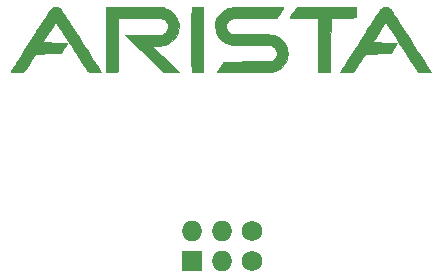
<source format=gbr>
%TF.GenerationSoftware,KiCad,Pcbnew,(6.0.7)*%
%TF.CreationDate,2022-09-05T18:23:19-05:00*%
%TF.ProjectId,Arista-TGS,41726973-7461-42d5-9447-532e6b696361,rev?*%
%TF.SameCoordinates,Original*%
%TF.FileFunction,Copper,L1,Top*%
%TF.FilePolarity,Positive*%
%FSLAX46Y46*%
G04 Gerber Fmt 4.6, Leading zero omitted, Abs format (unit mm)*
G04 Created by KiCad (PCBNEW (6.0.7)) date 2022-09-05 18:23:19*
%MOMM*%
%LPD*%
G01*
G04 APERTURE LIST*
%TA.AperFunction,EtchedComponent*%
%ADD10C,0.010000*%
%TD*%
%TA.AperFunction,ComponentPad*%
%ADD11O,1.727200X1.727200*%
%TD*%
%TA.AperFunction,ComponentPad*%
%ADD12R,1.727200X1.727200*%
%TD*%
%TA.AperFunction,ComponentPad*%
%ADD13C,1.727200*%
%TD*%
G04 APERTURE END LIST*
%TO.C,G\u002A\u002A\u002A*%
G36*
X146154025Y-91683749D02*
G01*
X146525195Y-91684928D01*
X146856457Y-91686070D01*
X147150235Y-91687220D01*
X147408954Y-91688421D01*
X147635039Y-91689718D01*
X147830913Y-91691155D01*
X147999003Y-91692775D01*
X148141733Y-91694622D01*
X148261528Y-91696741D01*
X148360811Y-91699176D01*
X148442009Y-91701970D01*
X148507545Y-91705167D01*
X148559845Y-91708812D01*
X148601333Y-91712949D01*
X148634434Y-91717620D01*
X148661573Y-91722872D01*
X148685174Y-91728746D01*
X148688734Y-91729733D01*
X148946950Y-91822396D01*
X149179607Y-91947280D01*
X149384717Y-92102103D01*
X149560291Y-92284584D01*
X149704342Y-92492442D01*
X149814880Y-92723396D01*
X149889919Y-92975164D01*
X149917634Y-93139825D01*
X149929029Y-93400625D01*
X149900271Y-93653006D01*
X149833228Y-93893690D01*
X149729768Y-94119396D01*
X149591757Y-94326847D01*
X149421064Y-94512763D01*
X149219556Y-94673865D01*
X148989100Y-94806874D01*
X148960519Y-94820362D01*
X148826108Y-94874976D01*
X148688241Y-94914515D01*
X148537362Y-94940643D01*
X148363912Y-94955027D01*
X148163105Y-94959334D01*
X147997996Y-94960819D01*
X147872884Y-94965414D01*
X147785535Y-94973330D01*
X147733711Y-94984777D01*
X147715179Y-94999965D01*
X147715067Y-95001436D01*
X147730421Y-95022208D01*
X147776124Y-95071404D01*
X147851638Y-95148494D01*
X147956425Y-95252951D01*
X148089947Y-95384249D01*
X148251667Y-95541860D01*
X148441045Y-95725256D01*
X148657543Y-95933910D01*
X148900625Y-96167295D01*
X149069734Y-96329238D01*
X149254487Y-96506087D01*
X149410849Y-96656006D01*
X149541087Y-96781262D01*
X149647467Y-96884120D01*
X149732254Y-96966844D01*
X149797716Y-97031701D01*
X149846117Y-97080955D01*
X149879723Y-97116872D01*
X149900802Y-97141717D01*
X149911619Y-97157755D01*
X149914439Y-97167252D01*
X149912459Y-97171664D01*
X149886565Y-97177419D01*
X149825308Y-97182813D01*
X149735658Y-97187705D01*
X149624582Y-97191952D01*
X149499052Y-97195414D01*
X149366035Y-97197949D01*
X149232502Y-97199415D01*
X149105423Y-97199671D01*
X148991765Y-97198575D01*
X148898500Y-97195986D01*
X148849579Y-97193247D01*
X148640008Y-97177403D01*
X148489746Y-97037690D01*
X148441872Y-96992743D01*
X148367994Y-96922799D01*
X148270749Y-96830384D01*
X148152775Y-96718026D01*
X148016710Y-96588252D01*
X147865192Y-96443589D01*
X147700858Y-96286563D01*
X147526347Y-96119701D01*
X147344296Y-95945532D01*
X147157343Y-95766581D01*
X146968126Y-95585375D01*
X146779283Y-95404443D01*
X146593451Y-95226310D01*
X146413268Y-95053503D01*
X146241373Y-94888551D01*
X146080402Y-94733979D01*
X145932995Y-94592314D01*
X145801787Y-94466085D01*
X145689419Y-94357817D01*
X145598527Y-94270038D01*
X145531748Y-94205274D01*
X145491722Y-94166054D01*
X145482979Y-94157244D01*
X145399309Y-94070334D01*
X145969813Y-94068277D01*
X146117689Y-94067487D01*
X146299727Y-94066097D01*
X146507757Y-94064194D01*
X146733615Y-94061863D01*
X146969131Y-94059189D01*
X147206140Y-94056260D01*
X147436474Y-94053160D01*
X147513984Y-94052050D01*
X148487650Y-94037880D01*
X148591156Y-93985375D01*
X148746498Y-93884897D01*
X148869381Y-93757910D01*
X148944072Y-93636905D01*
X148977844Y-93563211D01*
X148997828Y-93500945D01*
X149007516Y-93433432D01*
X149010399Y-93343999D01*
X149010467Y-93319769D01*
X149008259Y-93220166D01*
X148999671Y-93147022D01*
X148981757Y-93084602D01*
X148955176Y-93024488D01*
X148879169Y-92907146D01*
X148773160Y-92795744D01*
X148649133Y-92701640D01*
X148566349Y-92655978D01*
X148445317Y-92599250D01*
X146632033Y-92599250D01*
X146358545Y-92599451D01*
X146097173Y-92600035D01*
X145851019Y-92600972D01*
X145623186Y-92602231D01*
X145416773Y-92603784D01*
X145234884Y-92605599D01*
X145080619Y-92607648D01*
X144957079Y-92609901D01*
X144867367Y-92612327D01*
X144814584Y-92614896D01*
X144801116Y-92616879D01*
X144798631Y-92640011D01*
X144796055Y-92702702D01*
X144793422Y-92802176D01*
X144790767Y-92935660D01*
X144788124Y-93100378D01*
X144785529Y-93293556D01*
X144783015Y-93512418D01*
X144780617Y-93754191D01*
X144778369Y-94016100D01*
X144776305Y-94295370D01*
X144774461Y-94589226D01*
X144772900Y-94888722D01*
X144771204Y-95246470D01*
X144769633Y-95564285D01*
X144768133Y-95844564D01*
X144766649Y-96089708D01*
X144765128Y-96302113D01*
X144763516Y-96484181D01*
X144761757Y-96638308D01*
X144759798Y-96766895D01*
X144757585Y-96872340D01*
X144755062Y-96957042D01*
X144752177Y-97023400D01*
X144748874Y-97073813D01*
X144745100Y-97110679D01*
X144740799Y-97136398D01*
X144735919Y-97153369D01*
X144730404Y-97163990D01*
X144724200Y-97170660D01*
X144721230Y-97172967D01*
X144698438Y-97183331D01*
X144658823Y-97191151D01*
X144597359Y-97196728D01*
X144509020Y-97200361D01*
X144388781Y-97202351D01*
X144231614Y-97202997D01*
X144218521Y-97203000D01*
X143756900Y-97203000D01*
X143756900Y-91676338D01*
X146154025Y-91683749D01*
G37*
D10*
X146154025Y-91683749D02*
X146525195Y-91684928D01*
X146856457Y-91686070D01*
X147150235Y-91687220D01*
X147408954Y-91688421D01*
X147635039Y-91689718D01*
X147830913Y-91691155D01*
X147999003Y-91692775D01*
X148141733Y-91694622D01*
X148261528Y-91696741D01*
X148360811Y-91699176D01*
X148442009Y-91701970D01*
X148507545Y-91705167D01*
X148559845Y-91708812D01*
X148601333Y-91712949D01*
X148634434Y-91717620D01*
X148661573Y-91722872D01*
X148685174Y-91728746D01*
X148688734Y-91729733D01*
X148946950Y-91822396D01*
X149179607Y-91947280D01*
X149384717Y-92102103D01*
X149560291Y-92284584D01*
X149704342Y-92492442D01*
X149814880Y-92723396D01*
X149889919Y-92975164D01*
X149917634Y-93139825D01*
X149929029Y-93400625D01*
X149900271Y-93653006D01*
X149833228Y-93893690D01*
X149729768Y-94119396D01*
X149591757Y-94326847D01*
X149421064Y-94512763D01*
X149219556Y-94673865D01*
X148989100Y-94806874D01*
X148960519Y-94820362D01*
X148826108Y-94874976D01*
X148688241Y-94914515D01*
X148537362Y-94940643D01*
X148363912Y-94955027D01*
X148163105Y-94959334D01*
X147997996Y-94960819D01*
X147872884Y-94965414D01*
X147785535Y-94973330D01*
X147733711Y-94984777D01*
X147715179Y-94999965D01*
X147715067Y-95001436D01*
X147730421Y-95022208D01*
X147776124Y-95071404D01*
X147851638Y-95148494D01*
X147956425Y-95252951D01*
X148089947Y-95384249D01*
X148251667Y-95541860D01*
X148441045Y-95725256D01*
X148657543Y-95933910D01*
X148900625Y-96167295D01*
X149069734Y-96329238D01*
X149254487Y-96506087D01*
X149410849Y-96656006D01*
X149541087Y-96781262D01*
X149647467Y-96884120D01*
X149732254Y-96966844D01*
X149797716Y-97031701D01*
X149846117Y-97080955D01*
X149879723Y-97116872D01*
X149900802Y-97141717D01*
X149911619Y-97157755D01*
X149914439Y-97167252D01*
X149912459Y-97171664D01*
X149886565Y-97177419D01*
X149825308Y-97182813D01*
X149735658Y-97187705D01*
X149624582Y-97191952D01*
X149499052Y-97195414D01*
X149366035Y-97197949D01*
X149232502Y-97199415D01*
X149105423Y-97199671D01*
X148991765Y-97198575D01*
X148898500Y-97195986D01*
X148849579Y-97193247D01*
X148640008Y-97177403D01*
X148489746Y-97037690D01*
X148441872Y-96992743D01*
X148367994Y-96922799D01*
X148270749Y-96830384D01*
X148152775Y-96718026D01*
X148016710Y-96588252D01*
X147865192Y-96443589D01*
X147700858Y-96286563D01*
X147526347Y-96119701D01*
X147344296Y-95945532D01*
X147157343Y-95766581D01*
X146968126Y-95585375D01*
X146779283Y-95404443D01*
X146593451Y-95226310D01*
X146413268Y-95053503D01*
X146241373Y-94888551D01*
X146080402Y-94733979D01*
X145932995Y-94592314D01*
X145801787Y-94466085D01*
X145689419Y-94357817D01*
X145598527Y-94270038D01*
X145531748Y-94205274D01*
X145491722Y-94166054D01*
X145482979Y-94157244D01*
X145399309Y-94070334D01*
X145969813Y-94068277D01*
X146117689Y-94067487D01*
X146299727Y-94066097D01*
X146507757Y-94064194D01*
X146733615Y-94061863D01*
X146969131Y-94059189D01*
X147206140Y-94056260D01*
X147436474Y-94053160D01*
X147513984Y-94052050D01*
X148487650Y-94037880D01*
X148591156Y-93985375D01*
X148746498Y-93884897D01*
X148869381Y-93757910D01*
X148944072Y-93636905D01*
X148977844Y-93563211D01*
X148997828Y-93500945D01*
X149007516Y-93433432D01*
X149010399Y-93343999D01*
X149010467Y-93319769D01*
X149008259Y-93220166D01*
X148999671Y-93147022D01*
X148981757Y-93084602D01*
X148955176Y-93024488D01*
X148879169Y-92907146D01*
X148773160Y-92795744D01*
X148649133Y-92701640D01*
X148566349Y-92655978D01*
X148445317Y-92599250D01*
X146632033Y-92599250D01*
X146358545Y-92599451D01*
X146097173Y-92600035D01*
X145851019Y-92600972D01*
X145623186Y-92602231D01*
X145416773Y-92603784D01*
X145234884Y-92605599D01*
X145080619Y-92607648D01*
X144957079Y-92609901D01*
X144867367Y-92612327D01*
X144814584Y-92614896D01*
X144801116Y-92616879D01*
X144798631Y-92640011D01*
X144796055Y-92702702D01*
X144793422Y-92802176D01*
X144790767Y-92935660D01*
X144788124Y-93100378D01*
X144785529Y-93293556D01*
X144783015Y-93512418D01*
X144780617Y-93754191D01*
X144778369Y-94016100D01*
X144776305Y-94295370D01*
X144774461Y-94589226D01*
X144772900Y-94888722D01*
X144771204Y-95246470D01*
X144769633Y-95564285D01*
X144768133Y-95844564D01*
X144766649Y-96089708D01*
X144765128Y-96302113D01*
X144763516Y-96484181D01*
X144761757Y-96638308D01*
X144759798Y-96766895D01*
X144757585Y-96872340D01*
X144755062Y-96957042D01*
X144752177Y-97023400D01*
X144748874Y-97073813D01*
X144745100Y-97110679D01*
X144740799Y-97136398D01*
X144735919Y-97153369D01*
X144730404Y-97163990D01*
X144724200Y-97170660D01*
X144721230Y-97172967D01*
X144698438Y-97183331D01*
X144658823Y-97191151D01*
X144597359Y-97196728D01*
X144509020Y-97200361D01*
X144388781Y-97202351D01*
X144231614Y-97202997D01*
X144218521Y-97203000D01*
X143756900Y-97203000D01*
X143756900Y-91676338D01*
X146154025Y-91683749D01*
G36*
X164934150Y-91689084D02*
G01*
X164939879Y-92104170D01*
X164941493Y-92249091D01*
X164941529Y-92357450D01*
X164939615Y-92435005D01*
X164935381Y-92487511D01*
X164928456Y-92520723D01*
X164918469Y-92540397D01*
X164911288Y-92547741D01*
X164895093Y-92554616D01*
X164862150Y-92560620D01*
X164809347Y-92565873D01*
X164733575Y-92570496D01*
X164631721Y-92574609D01*
X164500677Y-92578332D01*
X164337331Y-92581786D01*
X164138572Y-92585091D01*
X163901290Y-92588368D01*
X163842322Y-92589113D01*
X163637083Y-92591893D01*
X163444919Y-92594926D01*
X163269944Y-92598118D01*
X163116271Y-92601372D01*
X162988011Y-92604594D01*
X162889277Y-92607688D01*
X162824182Y-92610558D01*
X162796838Y-92613110D01*
X162796303Y-92613375D01*
X162794651Y-92635639D01*
X162792822Y-92697492D01*
X162790847Y-92796192D01*
X162788755Y-92928995D01*
X162786577Y-93093160D01*
X162784341Y-93285942D01*
X162782079Y-93504599D01*
X162779819Y-93746388D01*
X162777592Y-94008565D01*
X162775427Y-94288389D01*
X162773355Y-94583115D01*
X162771405Y-94890001D01*
X162771262Y-94913875D01*
X162757595Y-97203000D01*
X161748567Y-97203000D01*
X161748502Y-95260959D01*
X161748339Y-94968208D01*
X161747883Y-94680717D01*
X161747158Y-94402231D01*
X161746186Y-94136497D01*
X161744990Y-93887264D01*
X161743591Y-93658277D01*
X161742014Y-93453283D01*
X161740280Y-93276031D01*
X161738412Y-93130266D01*
X161736433Y-93019736D01*
X161734587Y-92953792D01*
X161720737Y-92588667D01*
X160517569Y-92588667D01*
X160256360Y-92588530D01*
X160034494Y-92588072D01*
X159848982Y-92587220D01*
X159696833Y-92585901D01*
X159575058Y-92584045D01*
X159480667Y-92581578D01*
X159410670Y-92578428D01*
X159362078Y-92574524D01*
X159331901Y-92569792D01*
X159317150Y-92564161D01*
X159314400Y-92559604D01*
X159325871Y-92532635D01*
X159357529Y-92477235D01*
X159405241Y-92399625D01*
X159464873Y-92306025D01*
X159532291Y-92202655D01*
X159603363Y-92095734D01*
X159673954Y-91991483D01*
X159739932Y-91896122D01*
X159797163Y-91815869D01*
X159841514Y-91756947D01*
X159868336Y-91726038D01*
X159920564Y-91678326D01*
X164934150Y-91689084D01*
G37*
X164934150Y-91689084D02*
X164939879Y-92104170D01*
X164941493Y-92249091D01*
X164941529Y-92357450D01*
X164939615Y-92435005D01*
X164935381Y-92487511D01*
X164928456Y-92520723D01*
X164918469Y-92540397D01*
X164911288Y-92547741D01*
X164895093Y-92554616D01*
X164862150Y-92560620D01*
X164809347Y-92565873D01*
X164733575Y-92570496D01*
X164631721Y-92574609D01*
X164500677Y-92578332D01*
X164337331Y-92581786D01*
X164138572Y-92585091D01*
X163901290Y-92588368D01*
X163842322Y-92589113D01*
X163637083Y-92591893D01*
X163444919Y-92594926D01*
X163269944Y-92598118D01*
X163116271Y-92601372D01*
X162988011Y-92604594D01*
X162889277Y-92607688D01*
X162824182Y-92610558D01*
X162796838Y-92613110D01*
X162796303Y-92613375D01*
X162794651Y-92635639D01*
X162792822Y-92697492D01*
X162790847Y-92796192D01*
X162788755Y-92928995D01*
X162786577Y-93093160D01*
X162784341Y-93285942D01*
X162782079Y-93504599D01*
X162779819Y-93746388D01*
X162777592Y-94008565D01*
X162775427Y-94288389D01*
X162773355Y-94583115D01*
X162771405Y-94890001D01*
X162771262Y-94913875D01*
X162757595Y-97203000D01*
X161748567Y-97203000D01*
X161748502Y-95260959D01*
X161748339Y-94968208D01*
X161747883Y-94680717D01*
X161747158Y-94402231D01*
X161746186Y-94136497D01*
X161744990Y-93887264D01*
X161743591Y-93658277D01*
X161742014Y-93453283D01*
X161740280Y-93276031D01*
X161738412Y-93130266D01*
X161736433Y-93019736D01*
X161734587Y-92953792D01*
X161720737Y-92588667D01*
X160517569Y-92588667D01*
X160256360Y-92588530D01*
X160034494Y-92588072D01*
X159848982Y-92587220D01*
X159696833Y-92585901D01*
X159575058Y-92584045D01*
X159480667Y-92581578D01*
X159410670Y-92578428D01*
X159362078Y-92574524D01*
X159331901Y-92569792D01*
X159317150Y-92564161D01*
X159314400Y-92559604D01*
X159325871Y-92532635D01*
X159357529Y-92477235D01*
X159405241Y-92399625D01*
X159464873Y-92306025D01*
X159532291Y-92202655D01*
X159603363Y-92095734D01*
X159673954Y-91991483D01*
X159739932Y-91896122D01*
X159797163Y-91815869D01*
X159841514Y-91756947D01*
X159868336Y-91726038D01*
X159920564Y-91678326D01*
X164934150Y-91689084D01*
G36*
X167570357Y-91696667D02*
G01*
X167709421Y-91751807D01*
X167837718Y-91847874D01*
X167863455Y-91873433D01*
X167878862Y-91892027D01*
X167903746Y-91925883D01*
X167938786Y-91976052D01*
X167984660Y-92043589D01*
X168042046Y-92129547D01*
X168111624Y-92234978D01*
X168194070Y-92360936D01*
X168290065Y-92508474D01*
X168400285Y-92678645D01*
X168525410Y-92872503D01*
X168666118Y-93091101D01*
X168823087Y-93335492D01*
X168996995Y-93606728D01*
X169188522Y-93905864D01*
X169398345Y-94233953D01*
X169627142Y-94592047D01*
X169875593Y-94981200D01*
X170144375Y-95402465D01*
X170434168Y-95856895D01*
X170745648Y-96345544D01*
X170894157Y-96578584D01*
X171271815Y-97171250D01*
X171162751Y-97187542D01*
X171107859Y-97192285D01*
X171019161Y-97195901D01*
X170905171Y-97198224D01*
X170774405Y-97199090D01*
X170635379Y-97198333D01*
X170618585Y-97198125D01*
X170183484Y-97192417D01*
X170007963Y-96927834D01*
X169971662Y-96872384D01*
X169914489Y-96784081D01*
X169838282Y-96665799D01*
X169744882Y-96520410D01*
X169636126Y-96350788D01*
X169513853Y-96159805D01*
X169379902Y-95950334D01*
X169236113Y-95725249D01*
X169084323Y-95487423D01*
X168926373Y-95239728D01*
X168764099Y-94985037D01*
X168687084Y-94864084D01*
X168526836Y-94612416D01*
X168372444Y-94370049D01*
X168225496Y-94139473D01*
X168087581Y-93923172D01*
X167960286Y-93723637D01*
X167845199Y-93543353D01*
X167743910Y-93384809D01*
X167658007Y-93250492D01*
X167589078Y-93142890D01*
X167538711Y-93064490D01*
X167508494Y-93017780D01*
X167500580Y-93005831D01*
X167469379Y-92967820D01*
X167445209Y-92961978D01*
X167425839Y-92974081D01*
X167406908Y-92997593D01*
X167368309Y-93051987D01*
X167312829Y-93132989D01*
X167243254Y-93236324D01*
X167162370Y-93357720D01*
X167072964Y-93492903D01*
X166977822Y-93637598D01*
X166879730Y-93787533D01*
X166781474Y-93938433D01*
X166685841Y-94086024D01*
X166595616Y-94226033D01*
X166513587Y-94354187D01*
X166442539Y-94466211D01*
X166385258Y-94557831D01*
X166344532Y-94624774D01*
X166323145Y-94662766D01*
X166320567Y-94669427D01*
X166341055Y-94671473D01*
X166399815Y-94673981D01*
X166492789Y-94676856D01*
X166615917Y-94680003D01*
X166765143Y-94683324D01*
X166936408Y-94686726D01*
X167125653Y-94690112D01*
X167328821Y-94693387D01*
X167352442Y-94693745D01*
X167557247Y-94696980D01*
X167748850Y-94700292D01*
X167923153Y-94703590D01*
X168076055Y-94706784D01*
X168203459Y-94709782D01*
X168301266Y-94712493D01*
X168365375Y-94714826D01*
X168391689Y-94716690D01*
X168392094Y-94716856D01*
X168386967Y-94739213D01*
X168362472Y-94790949D01*
X168322304Y-94865945D01*
X168270160Y-94958083D01*
X168209735Y-95061242D01*
X168144726Y-95169303D01*
X168078828Y-95276148D01*
X168015738Y-95375658D01*
X167959152Y-95461713D01*
X167912765Y-95528194D01*
X167880274Y-95568982D01*
X167873371Y-95575645D01*
X167857929Y-95582624D01*
X167827477Y-95588668D01*
X167778794Y-95593902D01*
X167708663Y-95598448D01*
X167613865Y-95602429D01*
X167491180Y-95605967D01*
X167337389Y-95609185D01*
X167149274Y-95612205D01*
X166923616Y-95615151D01*
X166798896Y-95616598D01*
X166592129Y-95619252D01*
X166397566Y-95622385D01*
X166219443Y-95625883D01*
X166061999Y-95629634D01*
X165929472Y-95633525D01*
X165826099Y-95637443D01*
X165756120Y-95641275D01*
X165723771Y-95644907D01*
X165722698Y-95645287D01*
X165703517Y-95666415D01*
X165664489Y-95719460D01*
X165608263Y-95800478D01*
X165537487Y-95905525D01*
X165454812Y-96030657D01*
X165362886Y-96171930D01*
X165264358Y-96325400D01*
X165235884Y-96370119D01*
X165135257Y-96528089D01*
X165040164Y-96676680D01*
X164953346Y-96811665D01*
X164877539Y-96928814D01*
X164815484Y-97023901D01*
X164769918Y-97092695D01*
X164743581Y-97130968D01*
X164740395Y-97135180D01*
X164694766Y-97192417D01*
X164153000Y-97199821D01*
X163967596Y-97201650D01*
X163822789Y-97201468D01*
X163716887Y-97199225D01*
X163648198Y-97194875D01*
X163615032Y-97188370D01*
X163611234Y-97184487D01*
X163622380Y-97163976D01*
X163654858Y-97110065D01*
X163707230Y-97025042D01*
X163778055Y-96911193D01*
X163865894Y-96770806D01*
X163969308Y-96606168D01*
X164086857Y-96419566D01*
X164217101Y-96213288D01*
X164358602Y-95989620D01*
X164509920Y-95750850D01*
X164669615Y-95499264D01*
X164836248Y-95237151D01*
X164888101Y-95155666D01*
X165065425Y-94877059D01*
X165242324Y-94599094D01*
X165416754Y-94324984D01*
X165586669Y-94057944D01*
X165750027Y-93801187D01*
X165904782Y-93557926D01*
X166048890Y-93331376D01*
X166180307Y-93124749D01*
X166296989Y-92941259D01*
X166396892Y-92784120D01*
X166477971Y-92656546D01*
X166533809Y-92568636D01*
X166659269Y-92372613D01*
X166766139Y-92209776D01*
X166857243Y-92076789D01*
X166935402Y-91970318D01*
X167003437Y-91887030D01*
X167064171Y-91823588D01*
X167120424Y-91776660D01*
X167175020Y-91742910D01*
X167230779Y-91719004D01*
X167260896Y-91709434D01*
X167420768Y-91682521D01*
X167570357Y-91696667D01*
G37*
X167570357Y-91696667D02*
X167709421Y-91751807D01*
X167837718Y-91847874D01*
X167863455Y-91873433D01*
X167878862Y-91892027D01*
X167903746Y-91925883D01*
X167938786Y-91976052D01*
X167984660Y-92043589D01*
X168042046Y-92129547D01*
X168111624Y-92234978D01*
X168194070Y-92360936D01*
X168290065Y-92508474D01*
X168400285Y-92678645D01*
X168525410Y-92872503D01*
X168666118Y-93091101D01*
X168823087Y-93335492D01*
X168996995Y-93606728D01*
X169188522Y-93905864D01*
X169398345Y-94233953D01*
X169627142Y-94592047D01*
X169875593Y-94981200D01*
X170144375Y-95402465D01*
X170434168Y-95856895D01*
X170745648Y-96345544D01*
X170894157Y-96578584D01*
X171271815Y-97171250D01*
X171162751Y-97187542D01*
X171107859Y-97192285D01*
X171019161Y-97195901D01*
X170905171Y-97198224D01*
X170774405Y-97199090D01*
X170635379Y-97198333D01*
X170618585Y-97198125D01*
X170183484Y-97192417D01*
X170007963Y-96927834D01*
X169971662Y-96872384D01*
X169914489Y-96784081D01*
X169838282Y-96665799D01*
X169744882Y-96520410D01*
X169636126Y-96350788D01*
X169513853Y-96159805D01*
X169379902Y-95950334D01*
X169236113Y-95725249D01*
X169084323Y-95487423D01*
X168926373Y-95239728D01*
X168764099Y-94985037D01*
X168687084Y-94864084D01*
X168526836Y-94612416D01*
X168372444Y-94370049D01*
X168225496Y-94139473D01*
X168087581Y-93923172D01*
X167960286Y-93723637D01*
X167845199Y-93543353D01*
X167743910Y-93384809D01*
X167658007Y-93250492D01*
X167589078Y-93142890D01*
X167538711Y-93064490D01*
X167508494Y-93017780D01*
X167500580Y-93005831D01*
X167469379Y-92967820D01*
X167445209Y-92961978D01*
X167425839Y-92974081D01*
X167406908Y-92997593D01*
X167368309Y-93051987D01*
X167312829Y-93132989D01*
X167243254Y-93236324D01*
X167162370Y-93357720D01*
X167072964Y-93492903D01*
X166977822Y-93637598D01*
X166879730Y-93787533D01*
X166781474Y-93938433D01*
X166685841Y-94086024D01*
X166595616Y-94226033D01*
X166513587Y-94354187D01*
X166442539Y-94466211D01*
X166385258Y-94557831D01*
X166344532Y-94624774D01*
X166323145Y-94662766D01*
X166320567Y-94669427D01*
X166341055Y-94671473D01*
X166399815Y-94673981D01*
X166492789Y-94676856D01*
X166615917Y-94680003D01*
X166765143Y-94683324D01*
X166936408Y-94686726D01*
X167125653Y-94690112D01*
X167328821Y-94693387D01*
X167352442Y-94693745D01*
X167557247Y-94696980D01*
X167748850Y-94700292D01*
X167923153Y-94703590D01*
X168076055Y-94706784D01*
X168203459Y-94709782D01*
X168301266Y-94712493D01*
X168365375Y-94714826D01*
X168391689Y-94716690D01*
X168392094Y-94716856D01*
X168386967Y-94739213D01*
X168362472Y-94790949D01*
X168322304Y-94865945D01*
X168270160Y-94958083D01*
X168209735Y-95061242D01*
X168144726Y-95169303D01*
X168078828Y-95276148D01*
X168015738Y-95375658D01*
X167959152Y-95461713D01*
X167912765Y-95528194D01*
X167880274Y-95568982D01*
X167873371Y-95575645D01*
X167857929Y-95582624D01*
X167827477Y-95588668D01*
X167778794Y-95593902D01*
X167708663Y-95598448D01*
X167613865Y-95602429D01*
X167491180Y-95605967D01*
X167337389Y-95609185D01*
X167149274Y-95612205D01*
X166923616Y-95615151D01*
X166798896Y-95616598D01*
X166592129Y-95619252D01*
X166397566Y-95622385D01*
X166219443Y-95625883D01*
X166061999Y-95629634D01*
X165929472Y-95633525D01*
X165826099Y-95637443D01*
X165756120Y-95641275D01*
X165723771Y-95644907D01*
X165722698Y-95645287D01*
X165703517Y-95666415D01*
X165664489Y-95719460D01*
X165608263Y-95800478D01*
X165537487Y-95905525D01*
X165454812Y-96030657D01*
X165362886Y-96171930D01*
X165264358Y-96325400D01*
X165235884Y-96370119D01*
X165135257Y-96528089D01*
X165040164Y-96676680D01*
X164953346Y-96811665D01*
X164877539Y-96928814D01*
X164815484Y-97023901D01*
X164769918Y-97092695D01*
X164743581Y-97130968D01*
X164740395Y-97135180D01*
X164694766Y-97192417D01*
X164153000Y-97199821D01*
X163967596Y-97201650D01*
X163822789Y-97201468D01*
X163716887Y-97199225D01*
X163648198Y-97194875D01*
X163615032Y-97188370D01*
X163611234Y-97184487D01*
X163622380Y-97163976D01*
X163654858Y-97110065D01*
X163707230Y-97025042D01*
X163778055Y-96911193D01*
X163865894Y-96770806D01*
X163969308Y-96606168D01*
X164086857Y-96419566D01*
X164217101Y-96213288D01*
X164358602Y-95989620D01*
X164509920Y-95750850D01*
X164669615Y-95499264D01*
X164836248Y-95237151D01*
X164888101Y-95155666D01*
X165065425Y-94877059D01*
X165242324Y-94599094D01*
X165416754Y-94324984D01*
X165586669Y-94057944D01*
X165750027Y-93801187D01*
X165904782Y-93557926D01*
X166048890Y-93331376D01*
X166180307Y-93124749D01*
X166296989Y-92941259D01*
X166396892Y-92784120D01*
X166477971Y-92656546D01*
X166533809Y-92568636D01*
X166659269Y-92372613D01*
X166766139Y-92209776D01*
X166857243Y-92076789D01*
X166935402Y-91970318D01*
X167003437Y-91887030D01*
X167064171Y-91823588D01*
X167120424Y-91776660D01*
X167175020Y-91742910D01*
X167230779Y-91719004D01*
X167260896Y-91709434D01*
X167420768Y-91682521D01*
X167570357Y-91696667D01*
G36*
X151994456Y-91805500D02*
G01*
X151996263Y-91838359D01*
X151998029Y-91910897D01*
X151999738Y-92020458D01*
X152001376Y-92164388D01*
X152002925Y-92340032D01*
X152004373Y-92544736D01*
X152005702Y-92775844D01*
X152006898Y-93030701D01*
X152007945Y-93306654D01*
X152008829Y-93601046D01*
X152009532Y-93911224D01*
X152010042Y-94234532D01*
X152010331Y-94551875D01*
X152011900Y-97203000D01*
X151538242Y-97203000D01*
X151382420Y-97202676D01*
X151263567Y-97201456D01*
X151176325Y-97198967D01*
X151115333Y-97194835D01*
X151075230Y-97188687D01*
X151050657Y-97180150D01*
X151036254Y-97168851D01*
X151035534Y-97168001D01*
X151030885Y-97156677D01*
X151026709Y-97133049D01*
X151022974Y-97094943D01*
X151019647Y-97040184D01*
X151016699Y-96966599D01*
X151014097Y-96872013D01*
X151011810Y-96754252D01*
X151009807Y-96611142D01*
X151008056Y-96440508D01*
X151006526Y-96240177D01*
X151005186Y-96007974D01*
X151004005Y-95741724D01*
X151002950Y-95439254D01*
X151001991Y-95098390D01*
X151001262Y-94792043D01*
X151000701Y-94472176D01*
X151000445Y-94158411D01*
X151000481Y-93854039D01*
X151000797Y-93562355D01*
X151001379Y-93286650D01*
X151002216Y-93030219D01*
X151003292Y-92796354D01*
X151004597Y-92588349D01*
X151006117Y-92409496D01*
X151007840Y-92263090D01*
X151009752Y-92152422D01*
X151011840Y-92080786D01*
X151011845Y-92080667D01*
X151027650Y-91710250D01*
X151980150Y-91710250D01*
X151994456Y-91805500D01*
G37*
X151994456Y-91805500D02*
X151996263Y-91838359D01*
X151998029Y-91910897D01*
X151999738Y-92020458D01*
X152001376Y-92164388D01*
X152002925Y-92340032D01*
X152004373Y-92544736D01*
X152005702Y-92775844D01*
X152006898Y-93030701D01*
X152007945Y-93306654D01*
X152008829Y-93601046D01*
X152009532Y-93911224D01*
X152010042Y-94234532D01*
X152010331Y-94551875D01*
X152011900Y-97203000D01*
X151538242Y-97203000D01*
X151382420Y-97202676D01*
X151263567Y-97201456D01*
X151176325Y-97198967D01*
X151115333Y-97194835D01*
X151075230Y-97188687D01*
X151050657Y-97180150D01*
X151036254Y-97168851D01*
X151035534Y-97168001D01*
X151030885Y-97156677D01*
X151026709Y-97133049D01*
X151022974Y-97094943D01*
X151019647Y-97040184D01*
X151016699Y-96966599D01*
X151014097Y-96872013D01*
X151011810Y-96754252D01*
X151009807Y-96611142D01*
X151008056Y-96440508D01*
X151006526Y-96240177D01*
X151005186Y-96007974D01*
X151004005Y-95741724D01*
X151002950Y-95439254D01*
X151001991Y-95098390D01*
X151001262Y-94792043D01*
X151000701Y-94472176D01*
X151000445Y-94158411D01*
X151000481Y-93854039D01*
X151000797Y-93562355D01*
X151001379Y-93286650D01*
X151002216Y-93030219D01*
X151003292Y-92796354D01*
X151004597Y-92588349D01*
X151006117Y-92409496D01*
X151007840Y-92263090D01*
X151009752Y-92152422D01*
X151011840Y-92080786D01*
X151011845Y-92080667D01*
X151027650Y-91710250D01*
X151980150Y-91710250D01*
X151994456Y-91805500D01*
G36*
X157390318Y-91679322D02*
G01*
X157629264Y-91679589D01*
X157854280Y-91680123D01*
X158061776Y-91680930D01*
X158248158Y-91682018D01*
X158409835Y-91683393D01*
X158543214Y-91685062D01*
X158644702Y-91687033D01*
X158710708Y-91689312D01*
X158736877Y-91691650D01*
X158783770Y-91704222D01*
X158742376Y-91785361D01*
X158716034Y-91832416D01*
X158671639Y-91906927D01*
X158614227Y-92000868D01*
X158548837Y-92106213D01*
X158480503Y-92214935D01*
X158414264Y-92319010D01*
X158355155Y-92410410D01*
X158308213Y-92481110D01*
X158284236Y-92515428D01*
X158238321Y-92578084D01*
X154498067Y-92599250D01*
X154358347Y-92668040D01*
X154205248Y-92766036D01*
X154079803Y-92893974D01*
X153986780Y-93046985D01*
X153986499Y-93047599D01*
X153958039Y-93116528D01*
X153943257Y-93176851D01*
X153939367Y-93246255D01*
X153942596Y-93326473D01*
X153972707Y-93497056D01*
X154039576Y-93651076D01*
X154139897Y-93783500D01*
X154270364Y-93889293D01*
X154336109Y-93925931D01*
X154435484Y-93974675D01*
X156107650Y-93988745D01*
X156419481Y-93991412D01*
X156692083Y-93993922D01*
X156928562Y-93996435D01*
X157132022Y-93999110D01*
X157305566Y-94002108D01*
X157452300Y-94005586D01*
X157575327Y-94009706D01*
X157677752Y-94014625D01*
X157762679Y-94020504D01*
X157833213Y-94027501D01*
X157892456Y-94035777D01*
X157943515Y-94045491D01*
X157989493Y-94056801D01*
X158033494Y-94069868D01*
X158078623Y-94084851D01*
X158096022Y-94090840D01*
X158318966Y-94189606D01*
X158524239Y-94323385D01*
X158707543Y-94487330D01*
X158864578Y-94676594D01*
X158991045Y-94886330D01*
X159082643Y-95111690D01*
X159116861Y-95241755D01*
X159134793Y-95367162D01*
X159142452Y-95515901D01*
X159140382Y-95674918D01*
X159129127Y-95831164D01*
X159109229Y-95971586D01*
X159081903Y-96081167D01*
X158977245Y-96328442D01*
X158840393Y-96548433D01*
X158672348Y-96740129D01*
X158474111Y-96902518D01*
X158246683Y-97034588D01*
X158062813Y-97111269D01*
X158002351Y-97131451D01*
X157944313Y-97146757D01*
X157880449Y-97158252D01*
X157802511Y-97167002D01*
X157702247Y-97174071D01*
X157571410Y-97180525D01*
X157504650Y-97183338D01*
X157426231Y-97185607D01*
X157309642Y-97187676D01*
X157159044Y-97189541D01*
X156978601Y-97191197D01*
X156772474Y-97192641D01*
X156544825Y-97193868D01*
X156299818Y-97194875D01*
X156041614Y-97195658D01*
X155774376Y-97196212D01*
X155502266Y-97196535D01*
X155229446Y-97196621D01*
X154960079Y-97196466D01*
X154698327Y-97196068D01*
X154448353Y-97195422D01*
X154214318Y-97194523D01*
X154000385Y-97193369D01*
X153810716Y-97191954D01*
X153649474Y-97190276D01*
X153520821Y-97188330D01*
X153467109Y-97187184D01*
X153339656Y-97182360D01*
X153253267Y-97175069D01*
X153206736Y-97165176D01*
X153197234Y-97156543D01*
X153208001Y-97131333D01*
X153237688Y-97076860D01*
X153282372Y-96999503D01*
X153338129Y-96905641D01*
X153401038Y-96801653D01*
X153467175Y-96693917D01*
X153532617Y-96588813D01*
X153593442Y-96492720D01*
X153645727Y-96412016D01*
X153685548Y-96353080D01*
X153708984Y-96322292D01*
X153711858Y-96319717D01*
X153736223Y-96317252D01*
X153799941Y-96314677D01*
X153900030Y-96312033D01*
X154033512Y-96309360D01*
X154197405Y-96306697D01*
X154388729Y-96304085D01*
X154604503Y-96301563D01*
X154841747Y-96299172D01*
X155097481Y-96296952D01*
X155368723Y-96294941D01*
X155652495Y-96293182D01*
X155716067Y-96292834D01*
X157695150Y-96282250D01*
X157812533Y-96227193D01*
X157948506Y-96148998D01*
X158053791Y-96052905D01*
X158139350Y-95928597D01*
X158149537Y-95909937D01*
X158208294Y-95758438D01*
X158229034Y-95602977D01*
X158214310Y-95449602D01*
X158166679Y-95304362D01*
X158088695Y-95173304D01*
X157982911Y-95062477D01*
X157851885Y-94977930D01*
X157737809Y-94935192D01*
X157697848Y-94930113D01*
X157616229Y-94925164D01*
X157493630Y-94920359D01*
X157330726Y-94915714D01*
X157128193Y-94911245D01*
X156886708Y-94906966D01*
X156606946Y-94902893D01*
X156289584Y-94899041D01*
X156012400Y-94896161D01*
X155709472Y-94893185D01*
X155445803Y-94890473D01*
X155218321Y-94887922D01*
X155023955Y-94885428D01*
X154859633Y-94882886D01*
X154722281Y-94880192D01*
X154608829Y-94877243D01*
X154516204Y-94873935D01*
X154441334Y-94870163D01*
X154381147Y-94865823D01*
X154332570Y-94860812D01*
X154292533Y-94855026D01*
X154257962Y-94848360D01*
X154225785Y-94840711D01*
X154203878Y-94834941D01*
X153956280Y-94747610D01*
X153732659Y-94627066D01*
X153535322Y-94476309D01*
X153366574Y-94298334D01*
X153228720Y-94096142D01*
X153124066Y-93872730D01*
X153054916Y-93631096D01*
X153023576Y-93374238D01*
X153021889Y-93297750D01*
X153041469Y-93036000D01*
X153100272Y-92790127D01*
X153198389Y-92559907D01*
X153335914Y-92345118D01*
X153493567Y-92164707D01*
X153663044Y-92014934D01*
X153843760Y-91896781D01*
X154041681Y-91807728D01*
X154262770Y-91745256D01*
X154512991Y-91706843D01*
X154594234Y-91699664D01*
X154650993Y-91696931D01*
X154744115Y-91694367D01*
X154870008Y-91691979D01*
X155025080Y-91689774D01*
X155205738Y-91687759D01*
X155408390Y-91685941D01*
X155629444Y-91684327D01*
X155865307Y-91682924D01*
X156112388Y-91681738D01*
X156367093Y-91680778D01*
X156625831Y-91680049D01*
X156885009Y-91679558D01*
X157141036Y-91679314D01*
X157390318Y-91679322D01*
G37*
X157390318Y-91679322D02*
X157629264Y-91679589D01*
X157854280Y-91680123D01*
X158061776Y-91680930D01*
X158248158Y-91682018D01*
X158409835Y-91683393D01*
X158543214Y-91685062D01*
X158644702Y-91687033D01*
X158710708Y-91689312D01*
X158736877Y-91691650D01*
X158783770Y-91704222D01*
X158742376Y-91785361D01*
X158716034Y-91832416D01*
X158671639Y-91906927D01*
X158614227Y-92000868D01*
X158548837Y-92106213D01*
X158480503Y-92214935D01*
X158414264Y-92319010D01*
X158355155Y-92410410D01*
X158308213Y-92481110D01*
X158284236Y-92515428D01*
X158238321Y-92578084D01*
X154498067Y-92599250D01*
X154358347Y-92668040D01*
X154205248Y-92766036D01*
X154079803Y-92893974D01*
X153986780Y-93046985D01*
X153986499Y-93047599D01*
X153958039Y-93116528D01*
X153943257Y-93176851D01*
X153939367Y-93246255D01*
X153942596Y-93326473D01*
X153972707Y-93497056D01*
X154039576Y-93651076D01*
X154139897Y-93783500D01*
X154270364Y-93889293D01*
X154336109Y-93925931D01*
X154435484Y-93974675D01*
X156107650Y-93988745D01*
X156419481Y-93991412D01*
X156692083Y-93993922D01*
X156928562Y-93996435D01*
X157132022Y-93999110D01*
X157305566Y-94002108D01*
X157452300Y-94005586D01*
X157575327Y-94009706D01*
X157677752Y-94014625D01*
X157762679Y-94020504D01*
X157833213Y-94027501D01*
X157892456Y-94035777D01*
X157943515Y-94045491D01*
X157989493Y-94056801D01*
X158033494Y-94069868D01*
X158078623Y-94084851D01*
X158096022Y-94090840D01*
X158318966Y-94189606D01*
X158524239Y-94323385D01*
X158707543Y-94487330D01*
X158864578Y-94676594D01*
X158991045Y-94886330D01*
X159082643Y-95111690D01*
X159116861Y-95241755D01*
X159134793Y-95367162D01*
X159142452Y-95515901D01*
X159140382Y-95674918D01*
X159129127Y-95831164D01*
X159109229Y-95971586D01*
X159081903Y-96081167D01*
X158977245Y-96328442D01*
X158840393Y-96548433D01*
X158672348Y-96740129D01*
X158474111Y-96902518D01*
X158246683Y-97034588D01*
X158062813Y-97111269D01*
X158002351Y-97131451D01*
X157944313Y-97146757D01*
X157880449Y-97158252D01*
X157802511Y-97167002D01*
X157702247Y-97174071D01*
X157571410Y-97180525D01*
X157504650Y-97183338D01*
X157426231Y-97185607D01*
X157309642Y-97187676D01*
X157159044Y-97189541D01*
X156978601Y-97191197D01*
X156772474Y-97192641D01*
X156544825Y-97193868D01*
X156299818Y-97194875D01*
X156041614Y-97195658D01*
X155774376Y-97196212D01*
X155502266Y-97196535D01*
X155229446Y-97196621D01*
X154960079Y-97196466D01*
X154698327Y-97196068D01*
X154448353Y-97195422D01*
X154214318Y-97194523D01*
X154000385Y-97193369D01*
X153810716Y-97191954D01*
X153649474Y-97190276D01*
X153520821Y-97188330D01*
X153467109Y-97187184D01*
X153339656Y-97182360D01*
X153253267Y-97175069D01*
X153206736Y-97165176D01*
X153197234Y-97156543D01*
X153208001Y-97131333D01*
X153237688Y-97076860D01*
X153282372Y-96999503D01*
X153338129Y-96905641D01*
X153401038Y-96801653D01*
X153467175Y-96693917D01*
X153532617Y-96588813D01*
X153593442Y-96492720D01*
X153645727Y-96412016D01*
X153685548Y-96353080D01*
X153708984Y-96322292D01*
X153711858Y-96319717D01*
X153736223Y-96317252D01*
X153799941Y-96314677D01*
X153900030Y-96312033D01*
X154033512Y-96309360D01*
X154197405Y-96306697D01*
X154388729Y-96304085D01*
X154604503Y-96301563D01*
X154841747Y-96299172D01*
X155097481Y-96296952D01*
X155368723Y-96294941D01*
X155652495Y-96293182D01*
X155716067Y-96292834D01*
X157695150Y-96282250D01*
X157812533Y-96227193D01*
X157948506Y-96148998D01*
X158053791Y-96052905D01*
X158139350Y-95928597D01*
X158149537Y-95909937D01*
X158208294Y-95758438D01*
X158229034Y-95602977D01*
X158214310Y-95449602D01*
X158166679Y-95304362D01*
X158088695Y-95173304D01*
X157982911Y-95062477D01*
X157851885Y-94977930D01*
X157737809Y-94935192D01*
X157697848Y-94930113D01*
X157616229Y-94925164D01*
X157493630Y-94920359D01*
X157330726Y-94915714D01*
X157128193Y-94911245D01*
X156886708Y-94906966D01*
X156606946Y-94902893D01*
X156289584Y-94899041D01*
X156012400Y-94896161D01*
X155709472Y-94893185D01*
X155445803Y-94890473D01*
X155218321Y-94887922D01*
X155023955Y-94885428D01*
X154859633Y-94882886D01*
X154722281Y-94880192D01*
X154608829Y-94877243D01*
X154516204Y-94873935D01*
X154441334Y-94870163D01*
X154381147Y-94865823D01*
X154332570Y-94860812D01*
X154292533Y-94855026D01*
X154257962Y-94848360D01*
X154225785Y-94840711D01*
X154203878Y-94834941D01*
X153956280Y-94747610D01*
X153732659Y-94627066D01*
X153535322Y-94476309D01*
X153366574Y-94298334D01*
X153228720Y-94096142D01*
X153124066Y-93872730D01*
X153054916Y-93631096D01*
X153023576Y-93374238D01*
X153021889Y-93297750D01*
X153041469Y-93036000D01*
X153100272Y-92790127D01*
X153198389Y-92559907D01*
X153335914Y-92345118D01*
X153493567Y-92164707D01*
X153663044Y-92014934D01*
X153843760Y-91896781D01*
X154041681Y-91807728D01*
X154262770Y-91745256D01*
X154512991Y-91706843D01*
X154594234Y-91699664D01*
X154650993Y-91696931D01*
X154744115Y-91694367D01*
X154870008Y-91691979D01*
X155025080Y-91689774D01*
X155205738Y-91687759D01*
X155408390Y-91685941D01*
X155629444Y-91684327D01*
X155865307Y-91682924D01*
X156112388Y-91681738D01*
X156367093Y-91680778D01*
X156625831Y-91680049D01*
X156885009Y-91679558D01*
X157141036Y-91679314D01*
X157390318Y-91679322D01*
G36*
X139684715Y-91709597D02*
G01*
X139708305Y-91715647D01*
X139729458Y-91720309D01*
X139749140Y-91725001D01*
X139768321Y-91731139D01*
X139787967Y-91740142D01*
X139809046Y-91753427D01*
X139832526Y-91772412D01*
X139859374Y-91798514D01*
X139890558Y-91833150D01*
X139927046Y-91877739D01*
X139969804Y-91933697D01*
X140019802Y-92002443D01*
X140078006Y-92085394D01*
X140145384Y-92183968D01*
X140222904Y-92299581D01*
X140311534Y-92433652D01*
X140412240Y-92587598D01*
X140525991Y-92762837D01*
X140653754Y-92960786D01*
X140796497Y-93182863D01*
X140955187Y-93430485D01*
X141130793Y-93705071D01*
X141324281Y-94008036D01*
X141536620Y-94340800D01*
X141768777Y-94704780D01*
X142021719Y-95101392D01*
X142296415Y-95532056D01*
X142331855Y-95587609D01*
X142480868Y-95821441D01*
X142623180Y-96045245D01*
X142757160Y-96256431D01*
X142881179Y-96452406D01*
X142993604Y-96630577D01*
X143092808Y-96788353D01*
X143177158Y-96923140D01*
X143245024Y-97032346D01*
X143294777Y-97113380D01*
X143324786Y-97163649D01*
X143333567Y-97180401D01*
X143314491Y-97188795D01*
X143256657Y-97195188D01*
X143159158Y-97199621D01*
X143021085Y-97202138D01*
X142862609Y-97202802D01*
X142391650Y-97202603D01*
X142282441Y-97139967D01*
X142248711Y-97120424D01*
X142219562Y-97101655D01*
X142192151Y-97079845D01*
X142163636Y-97051177D01*
X142131176Y-97011837D01*
X142091929Y-96958008D01*
X142043051Y-96885874D01*
X141981702Y-96791621D01*
X141905039Y-96671432D01*
X141810221Y-96521491D01*
X141746067Y-96419833D01*
X141646781Y-96262775D01*
X141535241Y-96086820D01*
X141413304Y-95894867D01*
X141282829Y-95689817D01*
X141145674Y-95474571D01*
X141003699Y-95252027D01*
X140858761Y-95025086D01*
X140712719Y-94796649D01*
X140567432Y-94569615D01*
X140424758Y-94346885D01*
X140286555Y-94131358D01*
X140154682Y-93925935D01*
X140030998Y-93733516D01*
X139917361Y-93557000D01*
X139815629Y-93399288D01*
X139727661Y-93263280D01*
X139655315Y-93151877D01*
X139600451Y-93067977D01*
X139564926Y-93014482D01*
X139551466Y-92995259D01*
X139519409Y-92958216D01*
X139499566Y-92951712D01*
X139477891Y-92973087D01*
X139472273Y-92980250D01*
X139445965Y-93017263D01*
X139400998Y-93084197D01*
X139340230Y-93176565D01*
X139266512Y-93289881D01*
X139182701Y-93419658D01*
X139091651Y-93561410D01*
X138996215Y-93710649D01*
X138899248Y-93862889D01*
X138803605Y-94013644D01*
X138712140Y-94158427D01*
X138627708Y-94292751D01*
X138553162Y-94412130D01*
X138491357Y-94512076D01*
X138445148Y-94588104D01*
X138417389Y-94635726D01*
X138410815Y-94648698D01*
X138414397Y-94655445D01*
X138432787Y-94661303D01*
X138469118Y-94666402D01*
X138526527Y-94670872D01*
X138608148Y-94674842D01*
X138717117Y-94678444D01*
X138856568Y-94681807D01*
X139029637Y-94685062D01*
X139239458Y-94688337D01*
X139430614Y-94690989D01*
X139635351Y-94693895D01*
X139826919Y-94696948D01*
X140001211Y-94700061D01*
X140154121Y-94703143D01*
X140281542Y-94706106D01*
X140379366Y-94708860D01*
X140443487Y-94711317D01*
X140469798Y-94713387D01*
X140470192Y-94713570D01*
X140465872Y-94737024D01*
X140441453Y-94789337D01*
X140400743Y-94864431D01*
X140347547Y-94956227D01*
X140285673Y-95058647D01*
X140218926Y-95165613D01*
X140151113Y-95271045D01*
X140086041Y-95368865D01*
X140027515Y-95452994D01*
X139979344Y-95517354D01*
X139945332Y-95555867D01*
X139939856Y-95560471D01*
X139925062Y-95570683D01*
X139907906Y-95579250D01*
X139884659Y-95586363D01*
X139851590Y-95592211D01*
X139804972Y-95596984D01*
X139741075Y-95600872D01*
X139656169Y-95604066D01*
X139546526Y-95606755D01*
X139408415Y-95609129D01*
X139238108Y-95611378D01*
X139031874Y-95613693D01*
X138859644Y-95615500D01*
X138621901Y-95618101D01*
X138422885Y-95620649D01*
X138258991Y-95623293D01*
X138126614Y-95626186D01*
X138022147Y-95629477D01*
X137941985Y-95633317D01*
X137882523Y-95637857D01*
X137840155Y-95643248D01*
X137811275Y-95649641D01*
X137792279Y-95657186D01*
X137786957Y-95660349D01*
X137763879Y-95685722D01*
X137721271Y-95742710D01*
X137662042Y-95827033D01*
X137589103Y-95934411D01*
X137505363Y-96060562D01*
X137413731Y-96201207D01*
X137322234Y-96344013D01*
X137224229Y-96497701D01*
X137130329Y-96644000D01*
X137043678Y-96778079D01*
X136967425Y-96895104D01*
X136904715Y-96990245D01*
X136858696Y-97058669D01*
X136834527Y-97092914D01*
X136759571Y-97192417D01*
X136225985Y-97198072D01*
X136080722Y-97198916D01*
X135950507Y-97198339D01*
X135840983Y-97196475D01*
X135757793Y-97193459D01*
X135706580Y-97189425D01*
X135692400Y-97185377D01*
X135696177Y-97172678D01*
X135708274Y-97147678D01*
X135729846Y-97108531D01*
X135762043Y-97053386D01*
X135806018Y-96980396D01*
X135862923Y-96887710D01*
X135933911Y-96773481D01*
X136020134Y-96635859D01*
X136122743Y-96472996D01*
X136242892Y-96283043D01*
X136381733Y-96064150D01*
X136540418Y-95814469D01*
X136720099Y-95532152D01*
X136842283Y-95340334D01*
X137000879Y-95091391D01*
X137165239Y-94833356D01*
X137332089Y-94571369D01*
X137498158Y-94310570D01*
X137660173Y-94056098D01*
X137814862Y-93813095D01*
X137958951Y-93586700D01*
X138089170Y-93382054D01*
X138202245Y-93204296D01*
X138270685Y-93096667D01*
X138420081Y-92861902D01*
X138548843Y-92660158D01*
X138658868Y-92488619D01*
X138752052Y-92344464D01*
X138830292Y-92224876D01*
X138895483Y-92127038D01*
X138949522Y-92048130D01*
X138994307Y-91985334D01*
X139031732Y-91935833D01*
X139063695Y-91896807D01*
X139092092Y-91865440D01*
X139113923Y-91843575D01*
X139237600Y-91752777D01*
X139377860Y-91699392D01*
X139529212Y-91684709D01*
X139684715Y-91709597D01*
G37*
X139684715Y-91709597D02*
X139708305Y-91715647D01*
X139729458Y-91720309D01*
X139749140Y-91725001D01*
X139768321Y-91731139D01*
X139787967Y-91740142D01*
X139809046Y-91753427D01*
X139832526Y-91772412D01*
X139859374Y-91798514D01*
X139890558Y-91833150D01*
X139927046Y-91877739D01*
X139969804Y-91933697D01*
X140019802Y-92002443D01*
X140078006Y-92085394D01*
X140145384Y-92183968D01*
X140222904Y-92299581D01*
X140311534Y-92433652D01*
X140412240Y-92587598D01*
X140525991Y-92762837D01*
X140653754Y-92960786D01*
X140796497Y-93182863D01*
X140955187Y-93430485D01*
X141130793Y-93705071D01*
X141324281Y-94008036D01*
X141536620Y-94340800D01*
X141768777Y-94704780D01*
X142021719Y-95101392D01*
X142296415Y-95532056D01*
X142331855Y-95587609D01*
X142480868Y-95821441D01*
X142623180Y-96045245D01*
X142757160Y-96256431D01*
X142881179Y-96452406D01*
X142993604Y-96630577D01*
X143092808Y-96788353D01*
X143177158Y-96923140D01*
X143245024Y-97032346D01*
X143294777Y-97113380D01*
X143324786Y-97163649D01*
X143333567Y-97180401D01*
X143314491Y-97188795D01*
X143256657Y-97195188D01*
X143159158Y-97199621D01*
X143021085Y-97202138D01*
X142862609Y-97202802D01*
X142391650Y-97202603D01*
X142282441Y-97139967D01*
X142248711Y-97120424D01*
X142219562Y-97101655D01*
X142192151Y-97079845D01*
X142163636Y-97051177D01*
X142131176Y-97011837D01*
X142091929Y-96958008D01*
X142043051Y-96885874D01*
X141981702Y-96791621D01*
X141905039Y-96671432D01*
X141810221Y-96521491D01*
X141746067Y-96419833D01*
X141646781Y-96262775D01*
X141535241Y-96086820D01*
X141413304Y-95894867D01*
X141282829Y-95689817D01*
X141145674Y-95474571D01*
X141003699Y-95252027D01*
X140858761Y-95025086D01*
X140712719Y-94796649D01*
X140567432Y-94569615D01*
X140424758Y-94346885D01*
X140286555Y-94131358D01*
X140154682Y-93925935D01*
X140030998Y-93733516D01*
X139917361Y-93557000D01*
X139815629Y-93399288D01*
X139727661Y-93263280D01*
X139655315Y-93151877D01*
X139600451Y-93067977D01*
X139564926Y-93014482D01*
X139551466Y-92995259D01*
X139519409Y-92958216D01*
X139499566Y-92951712D01*
X139477891Y-92973087D01*
X139472273Y-92980250D01*
X139445965Y-93017263D01*
X139400998Y-93084197D01*
X139340230Y-93176565D01*
X139266512Y-93289881D01*
X139182701Y-93419658D01*
X139091651Y-93561410D01*
X138996215Y-93710649D01*
X138899248Y-93862889D01*
X138803605Y-94013644D01*
X138712140Y-94158427D01*
X138627708Y-94292751D01*
X138553162Y-94412130D01*
X138491357Y-94512076D01*
X138445148Y-94588104D01*
X138417389Y-94635726D01*
X138410815Y-94648698D01*
X138414397Y-94655445D01*
X138432787Y-94661303D01*
X138469118Y-94666402D01*
X138526527Y-94670872D01*
X138608148Y-94674842D01*
X138717117Y-94678444D01*
X138856568Y-94681807D01*
X139029637Y-94685062D01*
X139239458Y-94688337D01*
X139430614Y-94690989D01*
X139635351Y-94693895D01*
X139826919Y-94696948D01*
X140001211Y-94700061D01*
X140154121Y-94703143D01*
X140281542Y-94706106D01*
X140379366Y-94708860D01*
X140443487Y-94711317D01*
X140469798Y-94713387D01*
X140470192Y-94713570D01*
X140465872Y-94737024D01*
X140441453Y-94789337D01*
X140400743Y-94864431D01*
X140347547Y-94956227D01*
X140285673Y-95058647D01*
X140218926Y-95165613D01*
X140151113Y-95271045D01*
X140086041Y-95368865D01*
X140027515Y-95452994D01*
X139979344Y-95517354D01*
X139945332Y-95555867D01*
X139939856Y-95560471D01*
X139925062Y-95570683D01*
X139907906Y-95579250D01*
X139884659Y-95586363D01*
X139851590Y-95592211D01*
X139804972Y-95596984D01*
X139741075Y-95600872D01*
X139656169Y-95604066D01*
X139546526Y-95606755D01*
X139408415Y-95609129D01*
X139238108Y-95611378D01*
X139031874Y-95613693D01*
X138859644Y-95615500D01*
X138621901Y-95618101D01*
X138422885Y-95620649D01*
X138258991Y-95623293D01*
X138126614Y-95626186D01*
X138022147Y-95629477D01*
X137941985Y-95633317D01*
X137882523Y-95637857D01*
X137840155Y-95643248D01*
X137811275Y-95649641D01*
X137792279Y-95657186D01*
X137786957Y-95660349D01*
X137763879Y-95685722D01*
X137721271Y-95742710D01*
X137662042Y-95827033D01*
X137589103Y-95934411D01*
X137505363Y-96060562D01*
X137413731Y-96201207D01*
X137322234Y-96344013D01*
X137224229Y-96497701D01*
X137130329Y-96644000D01*
X137043678Y-96778079D01*
X136967425Y-96895104D01*
X136904715Y-96990245D01*
X136858696Y-97058669D01*
X136834527Y-97092914D01*
X136759571Y-97192417D01*
X136225985Y-97198072D01*
X136080722Y-97198916D01*
X135950507Y-97198339D01*
X135840983Y-97196475D01*
X135757793Y-97193459D01*
X135706580Y-97189425D01*
X135692400Y-97185377D01*
X135696177Y-97172678D01*
X135708274Y-97147678D01*
X135729846Y-97108531D01*
X135762043Y-97053386D01*
X135806018Y-96980396D01*
X135862923Y-96887710D01*
X135933911Y-96773481D01*
X136020134Y-96635859D01*
X136122743Y-96472996D01*
X136242892Y-96283043D01*
X136381733Y-96064150D01*
X136540418Y-95814469D01*
X136720099Y-95532152D01*
X136842283Y-95340334D01*
X137000879Y-95091391D01*
X137165239Y-94833356D01*
X137332089Y-94571369D01*
X137498158Y-94310570D01*
X137660173Y-94056098D01*
X137814862Y-93813095D01*
X137958951Y-93586700D01*
X138089170Y-93382054D01*
X138202245Y-93204296D01*
X138270685Y-93096667D01*
X138420081Y-92861902D01*
X138548843Y-92660158D01*
X138658868Y-92488619D01*
X138752052Y-92344464D01*
X138830292Y-92224876D01*
X138895483Y-92127038D01*
X138949522Y-92048130D01*
X138994307Y-91985334D01*
X139031732Y-91935833D01*
X139063695Y-91896807D01*
X139092092Y-91865440D01*
X139113923Y-91843575D01*
X139237600Y-91752777D01*
X139377860Y-91699392D01*
X139529212Y-91684709D01*
X139684715Y-91709597D01*
%TD*%
D11*
%TO.P,X1,1,VCC*%
%TO.N,unconnected-(X1-Pad1)*%
X151063000Y-110662400D03*
D12*
%TO.P,X1,2,GND*%
%TO.N,unconnected-(X1-Pad2)*%
X151063000Y-113202400D03*
D11*
%TO.P,X1,3,SDA*%
%TO.N,unconnected-(X1-Pad3)*%
X153603000Y-110662400D03*
%TO.P,X1,4,SCL*%
%TO.N,unconnected-(X1-Pad4)*%
X153603000Y-113202400D03*
D13*
%TO.P,X1,5,GPIO1*%
%TO.N,unconnected-(X1-Pad5)*%
X156143000Y-110662400D03*
%TO.P,X1,6,GPIO2*%
%TO.N,unconnected-(X1-Pad6)*%
X156143000Y-113202400D03*
%TD*%
M02*

</source>
